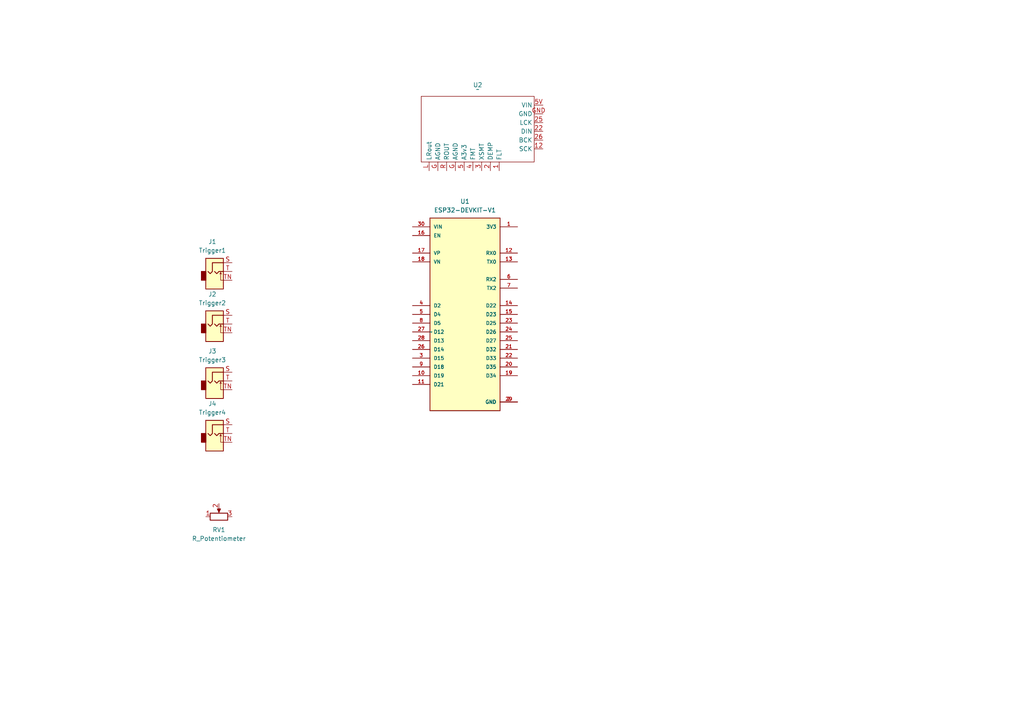
<source format=kicad_sch>
(kicad_sch (version 20250114) (generator "eeschema") (generator_version "9.0")
  (paper "A4")
  (lib_symbols
    (symbol "Connector_Audio:AudioJack2_SwitchT"
      (property "Reference" "J" (at 0 8.89 0))
      (property "Value" "AudioJack2_SwitchT" (at 0 6.35 0))
      (symbol "AudioJack2_SwitchT_0_1"
        (rectangle (start -2.54 0) (end -3.81 -2.54) (stroke (width 0.254)) (fill (type outline)))
        (polyline (pts (xy 0 0) (xy 0.635 -0.635) (xy 1.27 0) (xy 2.54 0)) (stroke (width 0.254)))
        (polyline (pts (xy 1.778 -0.254) (xy 2.032 -0.762)))
        (rectangle (start 2.54 3.81) (end -2.54 -5.08) (stroke (width 0.254)) (fill (type background)))
        (polyline (pts (xy 2.54 2.54) (xy -0.635 2.54) (xy -0.635 0) (xy -1.27 -0.635) (xy -1.905 0)) (stroke (width 0.254)))
        (polyline (pts (xy 2.54 -2.54) (xy 1.778 -2.54) (xy 1.778 -0.254) (xy 1.524 -0.762)))
      )
      (symbol "AudioJack2_SwitchT_1_1"
        (pin passive line (at 5.08 2.54 180) (length 2.54) (name "~") (number "S"))
        (pin passive line (at 5.08 0 180) (length 2.54) (name "~") (number "T"))
        (pin passive line (at 5.08 -2.54 180) (length 2.54) (name "~") (number "TN"))
      )
    )
    (symbol "Device:R_Potentiometer" (pin_names (offset 1.016) (hide yes))
      (property "Reference" "RV" (at -4.445 0 90))
      (property "Value" "R_Potentiometer" (at -2.54 0 90))
      (symbol "R_Potentiometer_0_1"
        (rectangle (start 1.016 2.54) (end -1.016 -2.54) (stroke (width 0.254)))
        (polyline (pts (xy 1.143 0) (xy 2.286 0.508) (xy 2.286 -0.508) (xy 1.143 0)) (fill (type outline)))
        (polyline (pts (xy 2.54 0) (xy 1.524 0)))
      )
      (symbol "R_Potentiometer_1_1"
        (pin passive line (at 0 3.81 270) (length 1.27) (name "1") (number "1"))
        (pin passive line (at 0 -3.81 90) (length 1.27) (name "3") (number "3"))
        (pin passive line (at 3.81 0 180) (length 1.27) (name "2") (number "2"))
      )
    )
    (symbol "ESP32boards:ESP-WROOM-32_30pinboard"
      (property "Reference" "ESP32DEV" (at 0 0 0))
    )
    (symbol "ESP32boards:ESP32-DEVKIT-V1" (pin_names (offset 1.016))
      (property "Reference" "U" (at -10.16 30.48 0))
      (property "Value" "ESP32-DEVKIT-V1" (at -10.16 -30.48 0))
      (symbol "ESP32-DEVKIT-V1_0_0"
        (rectangle (start -10.16 -27.94) (end 10.16 27.94) (stroke (width 0.254)) (fill (type background)))
        (pin input line (at -15.24 25.4 0) (length 5.08) (name "VIN") (number "30"))
        (pin input line (at -15.24 22.86 0) (length 5.08) (name "EN") (number "16"))
        (pin bidirectional line (at -15.24 17.78 0) (length 5.08) (name "VP") (number "17"))
        (pin bidirectional line (at -15.24 15.24 0) (length 5.08) (name "VN") (number "18"))
        (pin bidirectional line (at -15.24 2.54 0) (length 5.08) (name "D2") (number "4"))
        (pin bidirectional line (at -15.24 0 0) (length 5.08) (name "D4") (number "5"))
        (pin bidirectional line (at -15.24 -2.54 0) (length 5.08) (name "D5") (number "8"))
        (pin bidirectional line (at -15.24 -5.08 0) (length 5.08) (name "D12") (number "27"))
        (pin bidirectional line (at -15.24 -7.62 0) (length 5.08) (name "D13") (number "28"))
        (pin bidirectional line (at -15.24 -10.16 0) (length 5.08) (name "D14") (number "26"))
        (pin bidirectional line (at -15.24 -12.7 0) (length 5.08) (name "D15") (number "3"))
        (pin bidirectional line (at -15.24 -15.24 0) (length 5.08) (name "D18") (number "9"))
        (pin bidirectional line (at -15.24 -17.78 0) (length 5.08) (name "D19") (number "10"))
        (pin bidirectional line (at -15.24 -20.32 0) (length 5.08) (name "D21") (number "11"))
        (pin output line (at 15.24 25.4 180) (length 5.08) (name "3V3") (number "1"))
        (pin input line (at 15.24 17.78 180) (length 5.08) (name "RX0") (number "12"))
        (pin output line (at 15.24 15.24 180) (length 5.08) (name "TX0") (number "13"))
        (pin input line (at 15.24 10.16 180) (length 5.08) (name "RX2") (number "6"))
        (pin output line (at 15.24 7.62 180) (length 5.08) (name "TX2") (number "7"))
        (pin bidirectional line (at 15.24 2.54 180) (length 5.08) (name "D22") (number "14"))
        (pin bidirectional line (at 15.24 0 180) (length 5.08) (name "D23") (number "15"))
        (pin bidirectional line (at 15.24 -2.54 180) (length 5.08) (name "D25") (number "23"))
        (pin bidirectional line (at 15.24 -5.08 180) (length 5.08) (name "D26") (number "24"))
        (pin bidirectional line (at 15.24 -7.62 180) (length 5.08) (name "D27") (number "25"))
        (pin bidirectional line (at 15.24 -10.16 180) (length 5.08) (name "D32") (number "21"))
        (pin bidirectional line (at 15.24 -12.7 180) (length 5.08) (name "D33") (number "22"))
        (pin bidirectional line (at 15.24 -15.24 180) (length 5.08) (name "D35") (number "20"))
        (pin bidirectional line (at 15.24 -17.78 180) (length 5.08) (name "D34") (number "19"))
        (pin power_in line (at 15.24 -25.4 180) (length 5.08) (name "GND") (number "2"))
        (pin power_in line (at 15.24 -25.4 180) (length 5.08) (name "GND") (number "29"))
      )
    )
    (symbol "breakoutboards:PCM5102_i2s"
      (property "Reference" "U" (at 0 0 0))
      (symbol "PCM5102_i2s_0_1"
        (rectangle (start -17.526 10.16) (end 15.24 -8.89))
      )
      (symbol "PCM5102_i2s_1_1"
        (pin output line (at -15.24 -11.43 90) (length 2.54) (name "LRout") (number "L"))
        (pin power_in line (at -12.7 -11.43 90) (length 2.54) (name "AGND") (number "G"))
        (pin output line (at -10.16 -11.43 90) (length 2.54) (name "ROUT") (number "R"))
        (pin power_in line (at -7.62 -11.43 90) (length 2.54) (name "AGND") (number "G"))
        (pin power_in line (at -5.08 -11.43 90) (length 2.54) (name "A3v3") (number "5"))
        (pin input line (at -2.54 -11.43 90) (length 2.54) (name "FMT") (number "4"))
        (pin input line (at 0 -11.43 90) (length 2.54) (name "XSMT") (number "3"))
        (pin input line (at 2.54 -11.43 90) (length 2.54) (name "DEMP") (number "2"))
        (pin input line (at 5.08 -11.43 90) (length 2.54) (name "FLT") (number "1"))
        (pin power_in line (at 17.78 7.62 180) (length 2.54) (name "VIN") (number "5V"))
        (pin power_in line (at 17.78 5.08 180) (length 2.54) (name "GND") (number "GND"))
        (pin input line (at 17.78 2.54 180) (length 2.54) (name "LCK") (number "25"))
        (pin input line (at 17.78 0 180) (length 2.54) (name "DIN") (number "22"))
        (pin input line (at 17.78 -2.54 180) (length 2.54) (name "BCK") (number "26"))
        (pin bidirectional line (at 17.78 -5.08 180) (length 2.54) (name "SCK") (number "12"))
      )
    )
  )
  (symbol (lib_id "Connector_Audio:AudioJack2_SwitchT") (at 62.23 93.98 0) (unit 1)
    (property "Reference" "J2" (at 61.595 85.344 0))
    (property "Value" "Trigger2" (at 61.595 87.884 0))
    (property "Footprint" "AudioJacks:Jack_3.5mm_QingPu_WQP-PJ301M-12_Vertical" (effects (hide yes)))
    (property "Description" "Audio Jack, 2 Poles (Mono / TS), Switched T Pole (Normalling)" (effects (hide yes)))
  )
  (symbol (lib_id "Connector_Audio:AudioJack2_SwitchT") (at 62.23 125.73 0) (unit 1)
    (property "Reference" "J4" (at 61.595 117.094 0))
    (property "Value" "Trigger4" (at 61.595 119.634 0))
    (property "Footprint" "AudioJacks:Jack_3.5mm_QingPu_WQP-PJ301M-12_Vertical" (effects (hide yes)))
    (property "Description" "Audio Jack, 2 Poles (Mono / TS), Switched T Pole (Normalling)" (effects (hide yes)))
  )
  (symbol (lib_id "Connector_Audio:AudioJack2_SwitchT") (at 62.23 110.49 0) (unit 1)
    (property "Reference" "J3" (at 61.595 101.854 0))
    (property "Value" "Trigger3" (at 61.595 104.394 0))
    (property "Footprint" "AudioJacks:Jack_3.5mm_QingPu_WQP-PJ301M-12_Vertical" (effects (hide yes)))
    (property "Description" "Audio Jack, 2 Poles (Mono / TS), Switched T Pole (Normalling)" (effects (hide yes)))
  )
  (symbol (lib_id "ESP32boards:ESP32-DEVKIT-V1") (at 134.874 91.186 0) (unit 1)
    (property "Reference" "U1" (at 134.874 58.42 0))
    (property "Value" "ESP32-DEVKIT-V1" (at 134.874 60.96 0))
    (property "Footprint" "ESP32modules:MODULE_ESP32_DEVKIT_V1" (effects (hide yes)))
    (property "MF" "Do it" (effects (hide yes)))
    (property "MAXIMUM_PACKAGE_HEIGHT" "6.8 mm" (effects (hide yes)))
    (property "Package" "None" (effects (hide yes)))
    (property "Price" "None" (effects (hide yes)))
    (property "Check_prices" "https://www.snapeda.com/parts/ESP32-DEVKIT-V1/Do+it/view-part/?ref=eda" (effects (hide yes)))
    (property "STANDARD" "Manufacturer Recommendations" (effects (hide yes)))
    (property "PARTREV" "N/A" (effects (hide yes)))
    (property "SnapEDA_Link" "https://www.snapeda.com/parts/ESP32-DEVKIT-V1/Do+it/view-part/?ref=snap" (effects (hide yes)))
    (property "MP" "ESP32-DEVKIT-V1" (effects (hide yes)))
    (property "Description_1" "Dual core, Wi-Fi: 2.4 GHz up to 150 Mbits/s,BLE (Bluetooth Low Energy) and legacy Bluetooth, 32 bits, Up to 240 MHz" (effects (hide yes)))
    (property "Availability" "Not in stock" (effects (hide yes)))
    (property "MANUFACTURER" "DOIT" (effects (hide yes)))
  )
  (symbol (lib_id "Connector_Audio:AudioJack2_SwitchT") (at 62.23 78.74 0) (unit 1)
    (property "Reference" "J1" (at 61.595 70.104 0))
    (property "Value" "Trigger1" (at 61.595 72.644 0))
    (property "Footprint" "AudioJacks:Jack_3.5mm_QingPu_WQP-PJ301M-12_Vertical" (effects (hide yes)))
    (property "Description" "Audio Jack, 2 Poles (Mono / TS), Switched T Pole (Normalling)" (effects (hide yes)))
  )
  (symbol (lib_id "breakoutboards:PCM5102_i2s") (at 139.7 38.1 0) (unit 1)
    (property "Reference" "U2" (at 138.557 24.638 0))
    (property "Value" "~" (at 138.557 25.908 0))
    (property "Footprint" "breakoutboards:PCM5102" (effects (hide yes)))
  )
  (symbol (lib_id "ESP32boards:ESP-WROOM-32_30pinboard") (at 122.936 94.996 0) (unit 1)
    (property "Reference" "ESP32DEV1" (effects (hide yes)))
    (property "Value" "~" (at 124.46 96.266 0) (effects (justify left)))
  )
  (symbol (lib_id "Device:R_Potentiometer") (at 63.5 149.86 90) (unit 1)
    (property "Reference" "RV1" (at 63.5 153.67 90))
    (property "Value" "R_Potentiometer" (at 63.5 156.21 90))
    (property "Description" "Potentiometer" (effects (hide yes)))
  )
)
</source>
